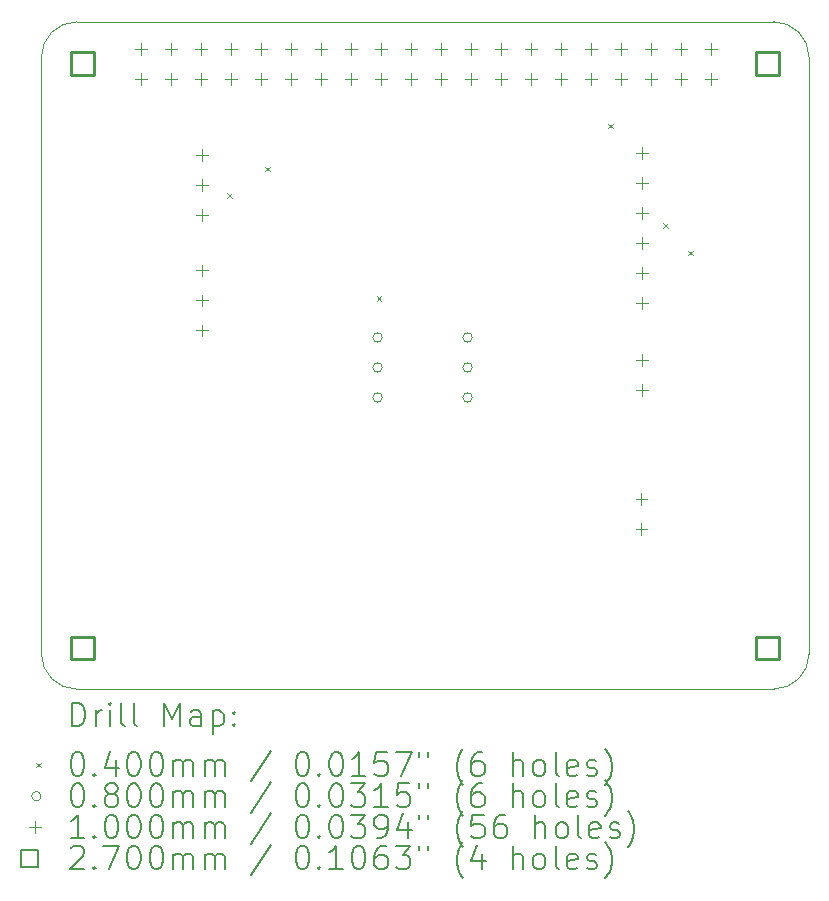
<source format=gbr>
%TF.GenerationSoftware,KiCad,Pcbnew,8.0.1*%
%TF.CreationDate,2024-09-06T22:55:49+02:00*%
%TF.ProjectId,SVXLink_PiHat,5356584c-696e-46b5-9f50-694861742e6b,rev?*%
%TF.SameCoordinates,Original*%
%TF.FileFunction,Drillmap*%
%TF.FilePolarity,Positive*%
%FSLAX45Y45*%
G04 Gerber Fmt 4.5, Leading zero omitted, Abs format (unit mm)*
G04 Created by KiCad (PCBNEW 8.0.1) date 2024-09-06 22:55:49*
%MOMM*%
%LPD*%
G01*
G04 APERTURE LIST*
%ADD10C,0.050000*%
%ADD11C,0.200000*%
%ADD12C,0.100000*%
%ADD13C,0.270000*%
G04 APERTURE END LIST*
D10*
X8100000Y-11200000D02*
X13900000Y-11200000D01*
X8100000Y-5550000D02*
X13900000Y-5550000D01*
X13900000Y-5550000D02*
G75*
G02*
X14200000Y-5850000I0J-300000D01*
G01*
X7700000Y-5850000D02*
G75*
G02*
X8000000Y-5550000I300000J0D01*
G01*
X7700000Y-7450000D02*
X7700000Y-5850000D01*
X7700000Y-10900000D02*
X7700000Y-7450000D01*
X14200000Y-10900000D02*
X14200000Y-5850000D01*
X8000000Y-11200000D02*
X8100000Y-11200000D01*
X8000000Y-5550000D02*
X8100000Y-5550000D01*
X8000000Y-11200000D02*
G75*
G02*
X7700000Y-10900000I0J300000D01*
G01*
X14200000Y-10900000D02*
G75*
G02*
X13900000Y-11200000I-300000J0D01*
G01*
D11*
D12*
X9271320Y-7003100D02*
X9311320Y-7043100D01*
X9311320Y-7003100D02*
X9271320Y-7043100D01*
X9596440Y-6777040D02*
X9636440Y-6817040D01*
X9636440Y-6777040D02*
X9596440Y-6817040D01*
X10538780Y-7871780D02*
X10578780Y-7911780D01*
X10578780Y-7871780D02*
X10538780Y-7911780D01*
X12497120Y-6411280D02*
X12537120Y-6451280D01*
X12537120Y-6411280D02*
X12497120Y-6451280D01*
X12961940Y-7257100D02*
X13001940Y-7297100D01*
X13001940Y-7257100D02*
X12961940Y-7297100D01*
X13177840Y-7488240D02*
X13217840Y-7528240D01*
X13217840Y-7488240D02*
X13177840Y-7528240D01*
X10586080Y-8221980D02*
G75*
G02*
X10506080Y-8221980I-40000J0D01*
G01*
X10506080Y-8221980D02*
G75*
G02*
X10586080Y-8221980I40000J0D01*
G01*
X10586080Y-8475980D02*
G75*
G02*
X10506080Y-8475980I-40000J0D01*
G01*
X10506080Y-8475980D02*
G75*
G02*
X10586080Y-8475980I40000J0D01*
G01*
X10586080Y-8729980D02*
G75*
G02*
X10506080Y-8729980I-40000J0D01*
G01*
X10506080Y-8729980D02*
G75*
G02*
X10586080Y-8729980I40000J0D01*
G01*
X11348080Y-8221980D02*
G75*
G02*
X11268080Y-8221980I-40000J0D01*
G01*
X11268080Y-8221980D02*
G75*
G02*
X11348080Y-8221980I40000J0D01*
G01*
X11348080Y-8475980D02*
G75*
G02*
X11268080Y-8475980I-40000J0D01*
G01*
X11268080Y-8475980D02*
G75*
G02*
X11348080Y-8475980I40000J0D01*
G01*
X11348080Y-8729980D02*
G75*
G02*
X11268080Y-8729980I-40000J0D01*
G01*
X11268080Y-8729980D02*
G75*
G02*
X11348080Y-8729980I40000J0D01*
G01*
X8540000Y-5730000D02*
X8540000Y-5830000D01*
X8490000Y-5780000D02*
X8590000Y-5780000D01*
X8540000Y-5984000D02*
X8540000Y-6084000D01*
X8490000Y-6034000D02*
X8590000Y-6034000D01*
X8794000Y-5730000D02*
X8794000Y-5830000D01*
X8744000Y-5780000D02*
X8844000Y-5780000D01*
X8794000Y-5984000D02*
X8794000Y-6084000D01*
X8744000Y-6034000D02*
X8844000Y-6034000D01*
X9048000Y-5730000D02*
X9048000Y-5830000D01*
X8998000Y-5780000D02*
X9098000Y-5780000D01*
X9048000Y-5984000D02*
X9048000Y-6084000D01*
X8998000Y-6034000D02*
X9098000Y-6034000D01*
X9058260Y-7605560D02*
X9058260Y-7705560D01*
X9008260Y-7655560D02*
X9108260Y-7655560D01*
X9058260Y-7859560D02*
X9058260Y-7959560D01*
X9008260Y-7909560D02*
X9108260Y-7909560D01*
X9058260Y-8113560D02*
X9058260Y-8213560D01*
X9008260Y-8163560D02*
X9108260Y-8163560D01*
X9060800Y-6626160D02*
X9060800Y-6726160D01*
X9010800Y-6676160D02*
X9110800Y-6676160D01*
X9060800Y-6880160D02*
X9060800Y-6980160D01*
X9010800Y-6930160D02*
X9110800Y-6930160D01*
X9060800Y-7134160D02*
X9060800Y-7234160D01*
X9010800Y-7184160D02*
X9110800Y-7184160D01*
X9302000Y-5730000D02*
X9302000Y-5830000D01*
X9252000Y-5780000D02*
X9352000Y-5780000D01*
X9302000Y-5984000D02*
X9302000Y-6084000D01*
X9252000Y-6034000D02*
X9352000Y-6034000D01*
X9556000Y-5730000D02*
X9556000Y-5830000D01*
X9506000Y-5780000D02*
X9606000Y-5780000D01*
X9556000Y-5984000D02*
X9556000Y-6084000D01*
X9506000Y-6034000D02*
X9606000Y-6034000D01*
X9810000Y-5730000D02*
X9810000Y-5830000D01*
X9760000Y-5780000D02*
X9860000Y-5780000D01*
X9810000Y-5984000D02*
X9810000Y-6084000D01*
X9760000Y-6034000D02*
X9860000Y-6034000D01*
X10064000Y-5730000D02*
X10064000Y-5830000D01*
X10014000Y-5780000D02*
X10114000Y-5780000D01*
X10064000Y-5984000D02*
X10064000Y-6084000D01*
X10014000Y-6034000D02*
X10114000Y-6034000D01*
X10318000Y-5730000D02*
X10318000Y-5830000D01*
X10268000Y-5780000D02*
X10368000Y-5780000D01*
X10318000Y-5984000D02*
X10318000Y-6084000D01*
X10268000Y-6034000D02*
X10368000Y-6034000D01*
X10572000Y-5730000D02*
X10572000Y-5830000D01*
X10522000Y-5780000D02*
X10622000Y-5780000D01*
X10572000Y-5984000D02*
X10572000Y-6084000D01*
X10522000Y-6034000D02*
X10622000Y-6034000D01*
X10826000Y-5730000D02*
X10826000Y-5830000D01*
X10776000Y-5780000D02*
X10876000Y-5780000D01*
X10826000Y-5984000D02*
X10826000Y-6084000D01*
X10776000Y-6034000D02*
X10876000Y-6034000D01*
X11080000Y-5730000D02*
X11080000Y-5830000D01*
X11030000Y-5780000D02*
X11130000Y-5780000D01*
X11080000Y-5984000D02*
X11080000Y-6084000D01*
X11030000Y-6034000D02*
X11130000Y-6034000D01*
X11334000Y-5730000D02*
X11334000Y-5830000D01*
X11284000Y-5780000D02*
X11384000Y-5780000D01*
X11334000Y-5984000D02*
X11334000Y-6084000D01*
X11284000Y-6034000D02*
X11384000Y-6034000D01*
X11588000Y-5730000D02*
X11588000Y-5830000D01*
X11538000Y-5780000D02*
X11638000Y-5780000D01*
X11588000Y-5984000D02*
X11588000Y-6084000D01*
X11538000Y-6034000D02*
X11638000Y-6034000D01*
X11842000Y-5730000D02*
X11842000Y-5830000D01*
X11792000Y-5780000D02*
X11892000Y-5780000D01*
X11842000Y-5984000D02*
X11842000Y-6084000D01*
X11792000Y-6034000D02*
X11892000Y-6034000D01*
X12096000Y-5730000D02*
X12096000Y-5830000D01*
X12046000Y-5780000D02*
X12146000Y-5780000D01*
X12096000Y-5984000D02*
X12096000Y-6084000D01*
X12046000Y-6034000D02*
X12146000Y-6034000D01*
X12350000Y-5730000D02*
X12350000Y-5830000D01*
X12300000Y-5780000D02*
X12400000Y-5780000D01*
X12350000Y-5984000D02*
X12350000Y-6084000D01*
X12300000Y-6034000D02*
X12400000Y-6034000D01*
X12604000Y-5730000D02*
X12604000Y-5830000D01*
X12554000Y-5780000D02*
X12654000Y-5780000D01*
X12604000Y-5984000D02*
X12604000Y-6084000D01*
X12554000Y-6034000D02*
X12654000Y-6034000D01*
X12780660Y-9540540D02*
X12780660Y-9640540D01*
X12730660Y-9590540D02*
X12830660Y-9590540D01*
X12780660Y-9794540D02*
X12780660Y-9894540D01*
X12730660Y-9844540D02*
X12830660Y-9844540D01*
X12786360Y-6611150D02*
X12786360Y-6711150D01*
X12736360Y-6661150D02*
X12836360Y-6661150D01*
X12786360Y-6865150D02*
X12786360Y-6965150D01*
X12736360Y-6915150D02*
X12836360Y-6915150D01*
X12786360Y-7119150D02*
X12786360Y-7219150D01*
X12736360Y-7169150D02*
X12836360Y-7169150D01*
X12786360Y-7373150D02*
X12786360Y-7473150D01*
X12736360Y-7423150D02*
X12836360Y-7423150D01*
X12786360Y-7627150D02*
X12786360Y-7727150D01*
X12736360Y-7677150D02*
X12836360Y-7677150D01*
X12786360Y-7881150D02*
X12786360Y-7981150D01*
X12736360Y-7931150D02*
X12836360Y-7931150D01*
X12788280Y-8363250D02*
X12788280Y-8463250D01*
X12738280Y-8413250D02*
X12838280Y-8413250D01*
X12788280Y-8617250D02*
X12788280Y-8717250D01*
X12738280Y-8667250D02*
X12838280Y-8667250D01*
X12858000Y-5730000D02*
X12858000Y-5830000D01*
X12808000Y-5780000D02*
X12908000Y-5780000D01*
X12858000Y-5984000D02*
X12858000Y-6084000D01*
X12808000Y-6034000D02*
X12908000Y-6034000D01*
X13112000Y-5730000D02*
X13112000Y-5830000D01*
X13062000Y-5780000D02*
X13162000Y-5780000D01*
X13112000Y-5984000D02*
X13112000Y-6084000D01*
X13062000Y-6034000D02*
X13162000Y-6034000D01*
X13366000Y-5730000D02*
X13366000Y-5830000D01*
X13316000Y-5780000D02*
X13416000Y-5780000D01*
X13366000Y-5984000D02*
X13366000Y-6084000D01*
X13316000Y-6034000D02*
X13416000Y-6034000D01*
D13*
X8145230Y-5996390D02*
X8145230Y-5805470D01*
X7954310Y-5805470D01*
X7954310Y-5996390D01*
X8145230Y-5996390D01*
X8145230Y-10946390D02*
X8145230Y-10755470D01*
X7954310Y-10755470D01*
X7954310Y-10946390D01*
X8145230Y-10946390D01*
X13945230Y-5996390D02*
X13945230Y-5805470D01*
X13754310Y-5805470D01*
X13754310Y-5996390D01*
X13945230Y-5996390D01*
X13945230Y-10946390D02*
X13945230Y-10755470D01*
X13754310Y-10755470D01*
X13754310Y-10946390D01*
X13945230Y-10946390D01*
D11*
X7958277Y-11513984D02*
X7958277Y-11313984D01*
X7958277Y-11313984D02*
X8005896Y-11313984D01*
X8005896Y-11313984D02*
X8034467Y-11323508D01*
X8034467Y-11323508D02*
X8053515Y-11342555D01*
X8053515Y-11342555D02*
X8063039Y-11361603D01*
X8063039Y-11361603D02*
X8072562Y-11399698D01*
X8072562Y-11399698D02*
X8072562Y-11428269D01*
X8072562Y-11428269D02*
X8063039Y-11466365D01*
X8063039Y-11466365D02*
X8053515Y-11485412D01*
X8053515Y-11485412D02*
X8034467Y-11504460D01*
X8034467Y-11504460D02*
X8005896Y-11513984D01*
X8005896Y-11513984D02*
X7958277Y-11513984D01*
X8158277Y-11513984D02*
X8158277Y-11380650D01*
X8158277Y-11418746D02*
X8167801Y-11399698D01*
X8167801Y-11399698D02*
X8177324Y-11390174D01*
X8177324Y-11390174D02*
X8196372Y-11380650D01*
X8196372Y-11380650D02*
X8215420Y-11380650D01*
X8282086Y-11513984D02*
X8282086Y-11380650D01*
X8282086Y-11313984D02*
X8272562Y-11323508D01*
X8272562Y-11323508D02*
X8282086Y-11333031D01*
X8282086Y-11333031D02*
X8291610Y-11323508D01*
X8291610Y-11323508D02*
X8282086Y-11313984D01*
X8282086Y-11313984D02*
X8282086Y-11333031D01*
X8405896Y-11513984D02*
X8386848Y-11504460D01*
X8386848Y-11504460D02*
X8377324Y-11485412D01*
X8377324Y-11485412D02*
X8377324Y-11313984D01*
X8510658Y-11513984D02*
X8491610Y-11504460D01*
X8491610Y-11504460D02*
X8482086Y-11485412D01*
X8482086Y-11485412D02*
X8482086Y-11313984D01*
X8739229Y-11513984D02*
X8739229Y-11313984D01*
X8739229Y-11313984D02*
X8805896Y-11456841D01*
X8805896Y-11456841D02*
X8872563Y-11313984D01*
X8872563Y-11313984D02*
X8872563Y-11513984D01*
X9053515Y-11513984D02*
X9053515Y-11409222D01*
X9053515Y-11409222D02*
X9043991Y-11390174D01*
X9043991Y-11390174D02*
X9024944Y-11380650D01*
X9024944Y-11380650D02*
X8986848Y-11380650D01*
X8986848Y-11380650D02*
X8967801Y-11390174D01*
X9053515Y-11504460D02*
X9034467Y-11513984D01*
X9034467Y-11513984D02*
X8986848Y-11513984D01*
X8986848Y-11513984D02*
X8967801Y-11504460D01*
X8967801Y-11504460D02*
X8958277Y-11485412D01*
X8958277Y-11485412D02*
X8958277Y-11466365D01*
X8958277Y-11466365D02*
X8967801Y-11447317D01*
X8967801Y-11447317D02*
X8986848Y-11437793D01*
X8986848Y-11437793D02*
X9034467Y-11437793D01*
X9034467Y-11437793D02*
X9053515Y-11428269D01*
X9148753Y-11380650D02*
X9148753Y-11580650D01*
X9148753Y-11390174D02*
X9167801Y-11380650D01*
X9167801Y-11380650D02*
X9205896Y-11380650D01*
X9205896Y-11380650D02*
X9224944Y-11390174D01*
X9224944Y-11390174D02*
X9234467Y-11399698D01*
X9234467Y-11399698D02*
X9243991Y-11418746D01*
X9243991Y-11418746D02*
X9243991Y-11475888D01*
X9243991Y-11475888D02*
X9234467Y-11494936D01*
X9234467Y-11494936D02*
X9224944Y-11504460D01*
X9224944Y-11504460D02*
X9205896Y-11513984D01*
X9205896Y-11513984D02*
X9167801Y-11513984D01*
X9167801Y-11513984D02*
X9148753Y-11504460D01*
X9329705Y-11494936D02*
X9339229Y-11504460D01*
X9339229Y-11504460D02*
X9329705Y-11513984D01*
X9329705Y-11513984D02*
X9320182Y-11504460D01*
X9320182Y-11504460D02*
X9329705Y-11494936D01*
X9329705Y-11494936D02*
X9329705Y-11513984D01*
X9329705Y-11390174D02*
X9339229Y-11399698D01*
X9339229Y-11399698D02*
X9329705Y-11409222D01*
X9329705Y-11409222D02*
X9320182Y-11399698D01*
X9320182Y-11399698D02*
X9329705Y-11390174D01*
X9329705Y-11390174D02*
X9329705Y-11409222D01*
D12*
X7657500Y-11822500D02*
X7697500Y-11862500D01*
X7697500Y-11822500D02*
X7657500Y-11862500D01*
D11*
X7996372Y-11733984D02*
X8015420Y-11733984D01*
X8015420Y-11733984D02*
X8034467Y-11743508D01*
X8034467Y-11743508D02*
X8043991Y-11753031D01*
X8043991Y-11753031D02*
X8053515Y-11772079D01*
X8053515Y-11772079D02*
X8063039Y-11810174D01*
X8063039Y-11810174D02*
X8063039Y-11857793D01*
X8063039Y-11857793D02*
X8053515Y-11895888D01*
X8053515Y-11895888D02*
X8043991Y-11914936D01*
X8043991Y-11914936D02*
X8034467Y-11924460D01*
X8034467Y-11924460D02*
X8015420Y-11933984D01*
X8015420Y-11933984D02*
X7996372Y-11933984D01*
X7996372Y-11933984D02*
X7977324Y-11924460D01*
X7977324Y-11924460D02*
X7967801Y-11914936D01*
X7967801Y-11914936D02*
X7958277Y-11895888D01*
X7958277Y-11895888D02*
X7948753Y-11857793D01*
X7948753Y-11857793D02*
X7948753Y-11810174D01*
X7948753Y-11810174D02*
X7958277Y-11772079D01*
X7958277Y-11772079D02*
X7967801Y-11753031D01*
X7967801Y-11753031D02*
X7977324Y-11743508D01*
X7977324Y-11743508D02*
X7996372Y-11733984D01*
X8148753Y-11914936D02*
X8158277Y-11924460D01*
X8158277Y-11924460D02*
X8148753Y-11933984D01*
X8148753Y-11933984D02*
X8139229Y-11924460D01*
X8139229Y-11924460D02*
X8148753Y-11914936D01*
X8148753Y-11914936D02*
X8148753Y-11933984D01*
X8329705Y-11800650D02*
X8329705Y-11933984D01*
X8282086Y-11724460D02*
X8234467Y-11867317D01*
X8234467Y-11867317D02*
X8358277Y-11867317D01*
X8472563Y-11733984D02*
X8491610Y-11733984D01*
X8491610Y-11733984D02*
X8510658Y-11743508D01*
X8510658Y-11743508D02*
X8520182Y-11753031D01*
X8520182Y-11753031D02*
X8529705Y-11772079D01*
X8529705Y-11772079D02*
X8539229Y-11810174D01*
X8539229Y-11810174D02*
X8539229Y-11857793D01*
X8539229Y-11857793D02*
X8529705Y-11895888D01*
X8529705Y-11895888D02*
X8520182Y-11914936D01*
X8520182Y-11914936D02*
X8510658Y-11924460D01*
X8510658Y-11924460D02*
X8491610Y-11933984D01*
X8491610Y-11933984D02*
X8472563Y-11933984D01*
X8472563Y-11933984D02*
X8453515Y-11924460D01*
X8453515Y-11924460D02*
X8443991Y-11914936D01*
X8443991Y-11914936D02*
X8434467Y-11895888D01*
X8434467Y-11895888D02*
X8424944Y-11857793D01*
X8424944Y-11857793D02*
X8424944Y-11810174D01*
X8424944Y-11810174D02*
X8434467Y-11772079D01*
X8434467Y-11772079D02*
X8443991Y-11753031D01*
X8443991Y-11753031D02*
X8453515Y-11743508D01*
X8453515Y-11743508D02*
X8472563Y-11733984D01*
X8663039Y-11733984D02*
X8682086Y-11733984D01*
X8682086Y-11733984D02*
X8701134Y-11743508D01*
X8701134Y-11743508D02*
X8710658Y-11753031D01*
X8710658Y-11753031D02*
X8720182Y-11772079D01*
X8720182Y-11772079D02*
X8729705Y-11810174D01*
X8729705Y-11810174D02*
X8729705Y-11857793D01*
X8729705Y-11857793D02*
X8720182Y-11895888D01*
X8720182Y-11895888D02*
X8710658Y-11914936D01*
X8710658Y-11914936D02*
X8701134Y-11924460D01*
X8701134Y-11924460D02*
X8682086Y-11933984D01*
X8682086Y-11933984D02*
X8663039Y-11933984D01*
X8663039Y-11933984D02*
X8643991Y-11924460D01*
X8643991Y-11924460D02*
X8634467Y-11914936D01*
X8634467Y-11914936D02*
X8624944Y-11895888D01*
X8624944Y-11895888D02*
X8615420Y-11857793D01*
X8615420Y-11857793D02*
X8615420Y-11810174D01*
X8615420Y-11810174D02*
X8624944Y-11772079D01*
X8624944Y-11772079D02*
X8634467Y-11753031D01*
X8634467Y-11753031D02*
X8643991Y-11743508D01*
X8643991Y-11743508D02*
X8663039Y-11733984D01*
X8815420Y-11933984D02*
X8815420Y-11800650D01*
X8815420Y-11819698D02*
X8824944Y-11810174D01*
X8824944Y-11810174D02*
X8843991Y-11800650D01*
X8843991Y-11800650D02*
X8872563Y-11800650D01*
X8872563Y-11800650D02*
X8891610Y-11810174D01*
X8891610Y-11810174D02*
X8901134Y-11829222D01*
X8901134Y-11829222D02*
X8901134Y-11933984D01*
X8901134Y-11829222D02*
X8910658Y-11810174D01*
X8910658Y-11810174D02*
X8929705Y-11800650D01*
X8929705Y-11800650D02*
X8958277Y-11800650D01*
X8958277Y-11800650D02*
X8977325Y-11810174D01*
X8977325Y-11810174D02*
X8986848Y-11829222D01*
X8986848Y-11829222D02*
X8986848Y-11933984D01*
X9082086Y-11933984D02*
X9082086Y-11800650D01*
X9082086Y-11819698D02*
X9091610Y-11810174D01*
X9091610Y-11810174D02*
X9110658Y-11800650D01*
X9110658Y-11800650D02*
X9139229Y-11800650D01*
X9139229Y-11800650D02*
X9158277Y-11810174D01*
X9158277Y-11810174D02*
X9167801Y-11829222D01*
X9167801Y-11829222D02*
X9167801Y-11933984D01*
X9167801Y-11829222D02*
X9177325Y-11810174D01*
X9177325Y-11810174D02*
X9196372Y-11800650D01*
X9196372Y-11800650D02*
X9224944Y-11800650D01*
X9224944Y-11800650D02*
X9243991Y-11810174D01*
X9243991Y-11810174D02*
X9253515Y-11829222D01*
X9253515Y-11829222D02*
X9253515Y-11933984D01*
X9643991Y-11724460D02*
X9472563Y-11981603D01*
X9901134Y-11733984D02*
X9920182Y-11733984D01*
X9920182Y-11733984D02*
X9939229Y-11743508D01*
X9939229Y-11743508D02*
X9948753Y-11753031D01*
X9948753Y-11753031D02*
X9958277Y-11772079D01*
X9958277Y-11772079D02*
X9967801Y-11810174D01*
X9967801Y-11810174D02*
X9967801Y-11857793D01*
X9967801Y-11857793D02*
X9958277Y-11895888D01*
X9958277Y-11895888D02*
X9948753Y-11914936D01*
X9948753Y-11914936D02*
X9939229Y-11924460D01*
X9939229Y-11924460D02*
X9920182Y-11933984D01*
X9920182Y-11933984D02*
X9901134Y-11933984D01*
X9901134Y-11933984D02*
X9882087Y-11924460D01*
X9882087Y-11924460D02*
X9872563Y-11914936D01*
X9872563Y-11914936D02*
X9863039Y-11895888D01*
X9863039Y-11895888D02*
X9853515Y-11857793D01*
X9853515Y-11857793D02*
X9853515Y-11810174D01*
X9853515Y-11810174D02*
X9863039Y-11772079D01*
X9863039Y-11772079D02*
X9872563Y-11753031D01*
X9872563Y-11753031D02*
X9882087Y-11743508D01*
X9882087Y-11743508D02*
X9901134Y-11733984D01*
X10053515Y-11914936D02*
X10063039Y-11924460D01*
X10063039Y-11924460D02*
X10053515Y-11933984D01*
X10053515Y-11933984D02*
X10043991Y-11924460D01*
X10043991Y-11924460D02*
X10053515Y-11914936D01*
X10053515Y-11914936D02*
X10053515Y-11933984D01*
X10186848Y-11733984D02*
X10205896Y-11733984D01*
X10205896Y-11733984D02*
X10224944Y-11743508D01*
X10224944Y-11743508D02*
X10234468Y-11753031D01*
X10234468Y-11753031D02*
X10243991Y-11772079D01*
X10243991Y-11772079D02*
X10253515Y-11810174D01*
X10253515Y-11810174D02*
X10253515Y-11857793D01*
X10253515Y-11857793D02*
X10243991Y-11895888D01*
X10243991Y-11895888D02*
X10234468Y-11914936D01*
X10234468Y-11914936D02*
X10224944Y-11924460D01*
X10224944Y-11924460D02*
X10205896Y-11933984D01*
X10205896Y-11933984D02*
X10186848Y-11933984D01*
X10186848Y-11933984D02*
X10167801Y-11924460D01*
X10167801Y-11924460D02*
X10158277Y-11914936D01*
X10158277Y-11914936D02*
X10148753Y-11895888D01*
X10148753Y-11895888D02*
X10139229Y-11857793D01*
X10139229Y-11857793D02*
X10139229Y-11810174D01*
X10139229Y-11810174D02*
X10148753Y-11772079D01*
X10148753Y-11772079D02*
X10158277Y-11753031D01*
X10158277Y-11753031D02*
X10167801Y-11743508D01*
X10167801Y-11743508D02*
X10186848Y-11733984D01*
X10443991Y-11933984D02*
X10329706Y-11933984D01*
X10386848Y-11933984D02*
X10386848Y-11733984D01*
X10386848Y-11733984D02*
X10367801Y-11762555D01*
X10367801Y-11762555D02*
X10348753Y-11781603D01*
X10348753Y-11781603D02*
X10329706Y-11791127D01*
X10624944Y-11733984D02*
X10529706Y-11733984D01*
X10529706Y-11733984D02*
X10520182Y-11829222D01*
X10520182Y-11829222D02*
X10529706Y-11819698D01*
X10529706Y-11819698D02*
X10548753Y-11810174D01*
X10548753Y-11810174D02*
X10596372Y-11810174D01*
X10596372Y-11810174D02*
X10615420Y-11819698D01*
X10615420Y-11819698D02*
X10624944Y-11829222D01*
X10624944Y-11829222D02*
X10634468Y-11848269D01*
X10634468Y-11848269D02*
X10634468Y-11895888D01*
X10634468Y-11895888D02*
X10624944Y-11914936D01*
X10624944Y-11914936D02*
X10615420Y-11924460D01*
X10615420Y-11924460D02*
X10596372Y-11933984D01*
X10596372Y-11933984D02*
X10548753Y-11933984D01*
X10548753Y-11933984D02*
X10529706Y-11924460D01*
X10529706Y-11924460D02*
X10520182Y-11914936D01*
X10701134Y-11733984D02*
X10834468Y-11733984D01*
X10834468Y-11733984D02*
X10748753Y-11933984D01*
X10901134Y-11733984D02*
X10901134Y-11772079D01*
X10977325Y-11733984D02*
X10977325Y-11772079D01*
X11272563Y-12010174D02*
X11263039Y-12000650D01*
X11263039Y-12000650D02*
X11243991Y-11972079D01*
X11243991Y-11972079D02*
X11234468Y-11953031D01*
X11234468Y-11953031D02*
X11224944Y-11924460D01*
X11224944Y-11924460D02*
X11215420Y-11876841D01*
X11215420Y-11876841D02*
X11215420Y-11838746D01*
X11215420Y-11838746D02*
X11224944Y-11791127D01*
X11224944Y-11791127D02*
X11234468Y-11762555D01*
X11234468Y-11762555D02*
X11243991Y-11743508D01*
X11243991Y-11743508D02*
X11263039Y-11714936D01*
X11263039Y-11714936D02*
X11272563Y-11705412D01*
X11434468Y-11733984D02*
X11396372Y-11733984D01*
X11396372Y-11733984D02*
X11377325Y-11743508D01*
X11377325Y-11743508D02*
X11367801Y-11753031D01*
X11367801Y-11753031D02*
X11348753Y-11781603D01*
X11348753Y-11781603D02*
X11339229Y-11819698D01*
X11339229Y-11819698D02*
X11339229Y-11895888D01*
X11339229Y-11895888D02*
X11348753Y-11914936D01*
X11348753Y-11914936D02*
X11358277Y-11924460D01*
X11358277Y-11924460D02*
X11377325Y-11933984D01*
X11377325Y-11933984D02*
X11415420Y-11933984D01*
X11415420Y-11933984D02*
X11434468Y-11924460D01*
X11434468Y-11924460D02*
X11443991Y-11914936D01*
X11443991Y-11914936D02*
X11453515Y-11895888D01*
X11453515Y-11895888D02*
X11453515Y-11848269D01*
X11453515Y-11848269D02*
X11443991Y-11829222D01*
X11443991Y-11829222D02*
X11434468Y-11819698D01*
X11434468Y-11819698D02*
X11415420Y-11810174D01*
X11415420Y-11810174D02*
X11377325Y-11810174D01*
X11377325Y-11810174D02*
X11358277Y-11819698D01*
X11358277Y-11819698D02*
X11348753Y-11829222D01*
X11348753Y-11829222D02*
X11339229Y-11848269D01*
X11691610Y-11933984D02*
X11691610Y-11733984D01*
X11777325Y-11933984D02*
X11777325Y-11829222D01*
X11777325Y-11829222D02*
X11767801Y-11810174D01*
X11767801Y-11810174D02*
X11748753Y-11800650D01*
X11748753Y-11800650D02*
X11720182Y-11800650D01*
X11720182Y-11800650D02*
X11701134Y-11810174D01*
X11701134Y-11810174D02*
X11691610Y-11819698D01*
X11901134Y-11933984D02*
X11882087Y-11924460D01*
X11882087Y-11924460D02*
X11872563Y-11914936D01*
X11872563Y-11914936D02*
X11863039Y-11895888D01*
X11863039Y-11895888D02*
X11863039Y-11838746D01*
X11863039Y-11838746D02*
X11872563Y-11819698D01*
X11872563Y-11819698D02*
X11882087Y-11810174D01*
X11882087Y-11810174D02*
X11901134Y-11800650D01*
X11901134Y-11800650D02*
X11929706Y-11800650D01*
X11929706Y-11800650D02*
X11948753Y-11810174D01*
X11948753Y-11810174D02*
X11958277Y-11819698D01*
X11958277Y-11819698D02*
X11967801Y-11838746D01*
X11967801Y-11838746D02*
X11967801Y-11895888D01*
X11967801Y-11895888D02*
X11958277Y-11914936D01*
X11958277Y-11914936D02*
X11948753Y-11924460D01*
X11948753Y-11924460D02*
X11929706Y-11933984D01*
X11929706Y-11933984D02*
X11901134Y-11933984D01*
X12082087Y-11933984D02*
X12063039Y-11924460D01*
X12063039Y-11924460D02*
X12053515Y-11905412D01*
X12053515Y-11905412D02*
X12053515Y-11733984D01*
X12234468Y-11924460D02*
X12215420Y-11933984D01*
X12215420Y-11933984D02*
X12177325Y-11933984D01*
X12177325Y-11933984D02*
X12158277Y-11924460D01*
X12158277Y-11924460D02*
X12148753Y-11905412D01*
X12148753Y-11905412D02*
X12148753Y-11829222D01*
X12148753Y-11829222D02*
X12158277Y-11810174D01*
X12158277Y-11810174D02*
X12177325Y-11800650D01*
X12177325Y-11800650D02*
X12215420Y-11800650D01*
X12215420Y-11800650D02*
X12234468Y-11810174D01*
X12234468Y-11810174D02*
X12243991Y-11829222D01*
X12243991Y-11829222D02*
X12243991Y-11848269D01*
X12243991Y-11848269D02*
X12148753Y-11867317D01*
X12320182Y-11924460D02*
X12339230Y-11933984D01*
X12339230Y-11933984D02*
X12377325Y-11933984D01*
X12377325Y-11933984D02*
X12396372Y-11924460D01*
X12396372Y-11924460D02*
X12405896Y-11905412D01*
X12405896Y-11905412D02*
X12405896Y-11895888D01*
X12405896Y-11895888D02*
X12396372Y-11876841D01*
X12396372Y-11876841D02*
X12377325Y-11867317D01*
X12377325Y-11867317D02*
X12348753Y-11867317D01*
X12348753Y-11867317D02*
X12329706Y-11857793D01*
X12329706Y-11857793D02*
X12320182Y-11838746D01*
X12320182Y-11838746D02*
X12320182Y-11829222D01*
X12320182Y-11829222D02*
X12329706Y-11810174D01*
X12329706Y-11810174D02*
X12348753Y-11800650D01*
X12348753Y-11800650D02*
X12377325Y-11800650D01*
X12377325Y-11800650D02*
X12396372Y-11810174D01*
X12472563Y-12010174D02*
X12482087Y-12000650D01*
X12482087Y-12000650D02*
X12501134Y-11972079D01*
X12501134Y-11972079D02*
X12510658Y-11953031D01*
X12510658Y-11953031D02*
X12520182Y-11924460D01*
X12520182Y-11924460D02*
X12529706Y-11876841D01*
X12529706Y-11876841D02*
X12529706Y-11838746D01*
X12529706Y-11838746D02*
X12520182Y-11791127D01*
X12520182Y-11791127D02*
X12510658Y-11762555D01*
X12510658Y-11762555D02*
X12501134Y-11743508D01*
X12501134Y-11743508D02*
X12482087Y-11714936D01*
X12482087Y-11714936D02*
X12472563Y-11705412D01*
D12*
X7697500Y-12106500D02*
G75*
G02*
X7617500Y-12106500I-40000J0D01*
G01*
X7617500Y-12106500D02*
G75*
G02*
X7697500Y-12106500I40000J0D01*
G01*
D11*
X7996372Y-11997984D02*
X8015420Y-11997984D01*
X8015420Y-11997984D02*
X8034467Y-12007508D01*
X8034467Y-12007508D02*
X8043991Y-12017031D01*
X8043991Y-12017031D02*
X8053515Y-12036079D01*
X8053515Y-12036079D02*
X8063039Y-12074174D01*
X8063039Y-12074174D02*
X8063039Y-12121793D01*
X8063039Y-12121793D02*
X8053515Y-12159888D01*
X8053515Y-12159888D02*
X8043991Y-12178936D01*
X8043991Y-12178936D02*
X8034467Y-12188460D01*
X8034467Y-12188460D02*
X8015420Y-12197984D01*
X8015420Y-12197984D02*
X7996372Y-12197984D01*
X7996372Y-12197984D02*
X7977324Y-12188460D01*
X7977324Y-12188460D02*
X7967801Y-12178936D01*
X7967801Y-12178936D02*
X7958277Y-12159888D01*
X7958277Y-12159888D02*
X7948753Y-12121793D01*
X7948753Y-12121793D02*
X7948753Y-12074174D01*
X7948753Y-12074174D02*
X7958277Y-12036079D01*
X7958277Y-12036079D02*
X7967801Y-12017031D01*
X7967801Y-12017031D02*
X7977324Y-12007508D01*
X7977324Y-12007508D02*
X7996372Y-11997984D01*
X8148753Y-12178936D02*
X8158277Y-12188460D01*
X8158277Y-12188460D02*
X8148753Y-12197984D01*
X8148753Y-12197984D02*
X8139229Y-12188460D01*
X8139229Y-12188460D02*
X8148753Y-12178936D01*
X8148753Y-12178936D02*
X8148753Y-12197984D01*
X8272562Y-12083698D02*
X8253515Y-12074174D01*
X8253515Y-12074174D02*
X8243991Y-12064650D01*
X8243991Y-12064650D02*
X8234467Y-12045603D01*
X8234467Y-12045603D02*
X8234467Y-12036079D01*
X8234467Y-12036079D02*
X8243991Y-12017031D01*
X8243991Y-12017031D02*
X8253515Y-12007508D01*
X8253515Y-12007508D02*
X8272562Y-11997984D01*
X8272562Y-11997984D02*
X8310658Y-11997984D01*
X8310658Y-11997984D02*
X8329705Y-12007508D01*
X8329705Y-12007508D02*
X8339229Y-12017031D01*
X8339229Y-12017031D02*
X8348753Y-12036079D01*
X8348753Y-12036079D02*
X8348753Y-12045603D01*
X8348753Y-12045603D02*
X8339229Y-12064650D01*
X8339229Y-12064650D02*
X8329705Y-12074174D01*
X8329705Y-12074174D02*
X8310658Y-12083698D01*
X8310658Y-12083698D02*
X8272562Y-12083698D01*
X8272562Y-12083698D02*
X8253515Y-12093222D01*
X8253515Y-12093222D02*
X8243991Y-12102746D01*
X8243991Y-12102746D02*
X8234467Y-12121793D01*
X8234467Y-12121793D02*
X8234467Y-12159888D01*
X8234467Y-12159888D02*
X8243991Y-12178936D01*
X8243991Y-12178936D02*
X8253515Y-12188460D01*
X8253515Y-12188460D02*
X8272562Y-12197984D01*
X8272562Y-12197984D02*
X8310658Y-12197984D01*
X8310658Y-12197984D02*
X8329705Y-12188460D01*
X8329705Y-12188460D02*
X8339229Y-12178936D01*
X8339229Y-12178936D02*
X8348753Y-12159888D01*
X8348753Y-12159888D02*
X8348753Y-12121793D01*
X8348753Y-12121793D02*
X8339229Y-12102746D01*
X8339229Y-12102746D02*
X8329705Y-12093222D01*
X8329705Y-12093222D02*
X8310658Y-12083698D01*
X8472563Y-11997984D02*
X8491610Y-11997984D01*
X8491610Y-11997984D02*
X8510658Y-12007508D01*
X8510658Y-12007508D02*
X8520182Y-12017031D01*
X8520182Y-12017031D02*
X8529705Y-12036079D01*
X8529705Y-12036079D02*
X8539229Y-12074174D01*
X8539229Y-12074174D02*
X8539229Y-12121793D01*
X8539229Y-12121793D02*
X8529705Y-12159888D01*
X8529705Y-12159888D02*
X8520182Y-12178936D01*
X8520182Y-12178936D02*
X8510658Y-12188460D01*
X8510658Y-12188460D02*
X8491610Y-12197984D01*
X8491610Y-12197984D02*
X8472563Y-12197984D01*
X8472563Y-12197984D02*
X8453515Y-12188460D01*
X8453515Y-12188460D02*
X8443991Y-12178936D01*
X8443991Y-12178936D02*
X8434467Y-12159888D01*
X8434467Y-12159888D02*
X8424944Y-12121793D01*
X8424944Y-12121793D02*
X8424944Y-12074174D01*
X8424944Y-12074174D02*
X8434467Y-12036079D01*
X8434467Y-12036079D02*
X8443991Y-12017031D01*
X8443991Y-12017031D02*
X8453515Y-12007508D01*
X8453515Y-12007508D02*
X8472563Y-11997984D01*
X8663039Y-11997984D02*
X8682086Y-11997984D01*
X8682086Y-11997984D02*
X8701134Y-12007508D01*
X8701134Y-12007508D02*
X8710658Y-12017031D01*
X8710658Y-12017031D02*
X8720182Y-12036079D01*
X8720182Y-12036079D02*
X8729705Y-12074174D01*
X8729705Y-12074174D02*
X8729705Y-12121793D01*
X8729705Y-12121793D02*
X8720182Y-12159888D01*
X8720182Y-12159888D02*
X8710658Y-12178936D01*
X8710658Y-12178936D02*
X8701134Y-12188460D01*
X8701134Y-12188460D02*
X8682086Y-12197984D01*
X8682086Y-12197984D02*
X8663039Y-12197984D01*
X8663039Y-12197984D02*
X8643991Y-12188460D01*
X8643991Y-12188460D02*
X8634467Y-12178936D01*
X8634467Y-12178936D02*
X8624944Y-12159888D01*
X8624944Y-12159888D02*
X8615420Y-12121793D01*
X8615420Y-12121793D02*
X8615420Y-12074174D01*
X8615420Y-12074174D02*
X8624944Y-12036079D01*
X8624944Y-12036079D02*
X8634467Y-12017031D01*
X8634467Y-12017031D02*
X8643991Y-12007508D01*
X8643991Y-12007508D02*
X8663039Y-11997984D01*
X8815420Y-12197984D02*
X8815420Y-12064650D01*
X8815420Y-12083698D02*
X8824944Y-12074174D01*
X8824944Y-12074174D02*
X8843991Y-12064650D01*
X8843991Y-12064650D02*
X8872563Y-12064650D01*
X8872563Y-12064650D02*
X8891610Y-12074174D01*
X8891610Y-12074174D02*
X8901134Y-12093222D01*
X8901134Y-12093222D02*
X8901134Y-12197984D01*
X8901134Y-12093222D02*
X8910658Y-12074174D01*
X8910658Y-12074174D02*
X8929705Y-12064650D01*
X8929705Y-12064650D02*
X8958277Y-12064650D01*
X8958277Y-12064650D02*
X8977325Y-12074174D01*
X8977325Y-12074174D02*
X8986848Y-12093222D01*
X8986848Y-12093222D02*
X8986848Y-12197984D01*
X9082086Y-12197984D02*
X9082086Y-12064650D01*
X9082086Y-12083698D02*
X9091610Y-12074174D01*
X9091610Y-12074174D02*
X9110658Y-12064650D01*
X9110658Y-12064650D02*
X9139229Y-12064650D01*
X9139229Y-12064650D02*
X9158277Y-12074174D01*
X9158277Y-12074174D02*
X9167801Y-12093222D01*
X9167801Y-12093222D02*
X9167801Y-12197984D01*
X9167801Y-12093222D02*
X9177325Y-12074174D01*
X9177325Y-12074174D02*
X9196372Y-12064650D01*
X9196372Y-12064650D02*
X9224944Y-12064650D01*
X9224944Y-12064650D02*
X9243991Y-12074174D01*
X9243991Y-12074174D02*
X9253515Y-12093222D01*
X9253515Y-12093222D02*
X9253515Y-12197984D01*
X9643991Y-11988460D02*
X9472563Y-12245603D01*
X9901134Y-11997984D02*
X9920182Y-11997984D01*
X9920182Y-11997984D02*
X9939229Y-12007508D01*
X9939229Y-12007508D02*
X9948753Y-12017031D01*
X9948753Y-12017031D02*
X9958277Y-12036079D01*
X9958277Y-12036079D02*
X9967801Y-12074174D01*
X9967801Y-12074174D02*
X9967801Y-12121793D01*
X9967801Y-12121793D02*
X9958277Y-12159888D01*
X9958277Y-12159888D02*
X9948753Y-12178936D01*
X9948753Y-12178936D02*
X9939229Y-12188460D01*
X9939229Y-12188460D02*
X9920182Y-12197984D01*
X9920182Y-12197984D02*
X9901134Y-12197984D01*
X9901134Y-12197984D02*
X9882087Y-12188460D01*
X9882087Y-12188460D02*
X9872563Y-12178936D01*
X9872563Y-12178936D02*
X9863039Y-12159888D01*
X9863039Y-12159888D02*
X9853515Y-12121793D01*
X9853515Y-12121793D02*
X9853515Y-12074174D01*
X9853515Y-12074174D02*
X9863039Y-12036079D01*
X9863039Y-12036079D02*
X9872563Y-12017031D01*
X9872563Y-12017031D02*
X9882087Y-12007508D01*
X9882087Y-12007508D02*
X9901134Y-11997984D01*
X10053515Y-12178936D02*
X10063039Y-12188460D01*
X10063039Y-12188460D02*
X10053515Y-12197984D01*
X10053515Y-12197984D02*
X10043991Y-12188460D01*
X10043991Y-12188460D02*
X10053515Y-12178936D01*
X10053515Y-12178936D02*
X10053515Y-12197984D01*
X10186848Y-11997984D02*
X10205896Y-11997984D01*
X10205896Y-11997984D02*
X10224944Y-12007508D01*
X10224944Y-12007508D02*
X10234468Y-12017031D01*
X10234468Y-12017031D02*
X10243991Y-12036079D01*
X10243991Y-12036079D02*
X10253515Y-12074174D01*
X10253515Y-12074174D02*
X10253515Y-12121793D01*
X10253515Y-12121793D02*
X10243991Y-12159888D01*
X10243991Y-12159888D02*
X10234468Y-12178936D01*
X10234468Y-12178936D02*
X10224944Y-12188460D01*
X10224944Y-12188460D02*
X10205896Y-12197984D01*
X10205896Y-12197984D02*
X10186848Y-12197984D01*
X10186848Y-12197984D02*
X10167801Y-12188460D01*
X10167801Y-12188460D02*
X10158277Y-12178936D01*
X10158277Y-12178936D02*
X10148753Y-12159888D01*
X10148753Y-12159888D02*
X10139229Y-12121793D01*
X10139229Y-12121793D02*
X10139229Y-12074174D01*
X10139229Y-12074174D02*
X10148753Y-12036079D01*
X10148753Y-12036079D02*
X10158277Y-12017031D01*
X10158277Y-12017031D02*
X10167801Y-12007508D01*
X10167801Y-12007508D02*
X10186848Y-11997984D01*
X10320182Y-11997984D02*
X10443991Y-11997984D01*
X10443991Y-11997984D02*
X10377325Y-12074174D01*
X10377325Y-12074174D02*
X10405896Y-12074174D01*
X10405896Y-12074174D02*
X10424944Y-12083698D01*
X10424944Y-12083698D02*
X10434468Y-12093222D01*
X10434468Y-12093222D02*
X10443991Y-12112269D01*
X10443991Y-12112269D02*
X10443991Y-12159888D01*
X10443991Y-12159888D02*
X10434468Y-12178936D01*
X10434468Y-12178936D02*
X10424944Y-12188460D01*
X10424944Y-12188460D02*
X10405896Y-12197984D01*
X10405896Y-12197984D02*
X10348753Y-12197984D01*
X10348753Y-12197984D02*
X10329706Y-12188460D01*
X10329706Y-12188460D02*
X10320182Y-12178936D01*
X10634468Y-12197984D02*
X10520182Y-12197984D01*
X10577325Y-12197984D02*
X10577325Y-11997984D01*
X10577325Y-11997984D02*
X10558277Y-12026555D01*
X10558277Y-12026555D02*
X10539229Y-12045603D01*
X10539229Y-12045603D02*
X10520182Y-12055127D01*
X10815420Y-11997984D02*
X10720182Y-11997984D01*
X10720182Y-11997984D02*
X10710658Y-12093222D01*
X10710658Y-12093222D02*
X10720182Y-12083698D01*
X10720182Y-12083698D02*
X10739229Y-12074174D01*
X10739229Y-12074174D02*
X10786849Y-12074174D01*
X10786849Y-12074174D02*
X10805896Y-12083698D01*
X10805896Y-12083698D02*
X10815420Y-12093222D01*
X10815420Y-12093222D02*
X10824944Y-12112269D01*
X10824944Y-12112269D02*
X10824944Y-12159888D01*
X10824944Y-12159888D02*
X10815420Y-12178936D01*
X10815420Y-12178936D02*
X10805896Y-12188460D01*
X10805896Y-12188460D02*
X10786849Y-12197984D01*
X10786849Y-12197984D02*
X10739229Y-12197984D01*
X10739229Y-12197984D02*
X10720182Y-12188460D01*
X10720182Y-12188460D02*
X10710658Y-12178936D01*
X10901134Y-11997984D02*
X10901134Y-12036079D01*
X10977325Y-11997984D02*
X10977325Y-12036079D01*
X11272563Y-12274174D02*
X11263039Y-12264650D01*
X11263039Y-12264650D02*
X11243991Y-12236079D01*
X11243991Y-12236079D02*
X11234468Y-12217031D01*
X11234468Y-12217031D02*
X11224944Y-12188460D01*
X11224944Y-12188460D02*
X11215420Y-12140841D01*
X11215420Y-12140841D02*
X11215420Y-12102746D01*
X11215420Y-12102746D02*
X11224944Y-12055127D01*
X11224944Y-12055127D02*
X11234468Y-12026555D01*
X11234468Y-12026555D02*
X11243991Y-12007508D01*
X11243991Y-12007508D02*
X11263039Y-11978936D01*
X11263039Y-11978936D02*
X11272563Y-11969412D01*
X11434468Y-11997984D02*
X11396372Y-11997984D01*
X11396372Y-11997984D02*
X11377325Y-12007508D01*
X11377325Y-12007508D02*
X11367801Y-12017031D01*
X11367801Y-12017031D02*
X11348753Y-12045603D01*
X11348753Y-12045603D02*
X11339229Y-12083698D01*
X11339229Y-12083698D02*
X11339229Y-12159888D01*
X11339229Y-12159888D02*
X11348753Y-12178936D01*
X11348753Y-12178936D02*
X11358277Y-12188460D01*
X11358277Y-12188460D02*
X11377325Y-12197984D01*
X11377325Y-12197984D02*
X11415420Y-12197984D01*
X11415420Y-12197984D02*
X11434468Y-12188460D01*
X11434468Y-12188460D02*
X11443991Y-12178936D01*
X11443991Y-12178936D02*
X11453515Y-12159888D01*
X11453515Y-12159888D02*
X11453515Y-12112269D01*
X11453515Y-12112269D02*
X11443991Y-12093222D01*
X11443991Y-12093222D02*
X11434468Y-12083698D01*
X11434468Y-12083698D02*
X11415420Y-12074174D01*
X11415420Y-12074174D02*
X11377325Y-12074174D01*
X11377325Y-12074174D02*
X11358277Y-12083698D01*
X11358277Y-12083698D02*
X11348753Y-12093222D01*
X11348753Y-12093222D02*
X11339229Y-12112269D01*
X11691610Y-12197984D02*
X11691610Y-11997984D01*
X11777325Y-12197984D02*
X11777325Y-12093222D01*
X11777325Y-12093222D02*
X11767801Y-12074174D01*
X11767801Y-12074174D02*
X11748753Y-12064650D01*
X11748753Y-12064650D02*
X11720182Y-12064650D01*
X11720182Y-12064650D02*
X11701134Y-12074174D01*
X11701134Y-12074174D02*
X11691610Y-12083698D01*
X11901134Y-12197984D02*
X11882087Y-12188460D01*
X11882087Y-12188460D02*
X11872563Y-12178936D01*
X11872563Y-12178936D02*
X11863039Y-12159888D01*
X11863039Y-12159888D02*
X11863039Y-12102746D01*
X11863039Y-12102746D02*
X11872563Y-12083698D01*
X11872563Y-12083698D02*
X11882087Y-12074174D01*
X11882087Y-12074174D02*
X11901134Y-12064650D01*
X11901134Y-12064650D02*
X11929706Y-12064650D01*
X11929706Y-12064650D02*
X11948753Y-12074174D01*
X11948753Y-12074174D02*
X11958277Y-12083698D01*
X11958277Y-12083698D02*
X11967801Y-12102746D01*
X11967801Y-12102746D02*
X11967801Y-12159888D01*
X11967801Y-12159888D02*
X11958277Y-12178936D01*
X11958277Y-12178936D02*
X11948753Y-12188460D01*
X11948753Y-12188460D02*
X11929706Y-12197984D01*
X11929706Y-12197984D02*
X11901134Y-12197984D01*
X12082087Y-12197984D02*
X12063039Y-12188460D01*
X12063039Y-12188460D02*
X12053515Y-12169412D01*
X12053515Y-12169412D02*
X12053515Y-11997984D01*
X12234468Y-12188460D02*
X12215420Y-12197984D01*
X12215420Y-12197984D02*
X12177325Y-12197984D01*
X12177325Y-12197984D02*
X12158277Y-12188460D01*
X12158277Y-12188460D02*
X12148753Y-12169412D01*
X12148753Y-12169412D02*
X12148753Y-12093222D01*
X12148753Y-12093222D02*
X12158277Y-12074174D01*
X12158277Y-12074174D02*
X12177325Y-12064650D01*
X12177325Y-12064650D02*
X12215420Y-12064650D01*
X12215420Y-12064650D02*
X12234468Y-12074174D01*
X12234468Y-12074174D02*
X12243991Y-12093222D01*
X12243991Y-12093222D02*
X12243991Y-12112269D01*
X12243991Y-12112269D02*
X12148753Y-12131317D01*
X12320182Y-12188460D02*
X12339230Y-12197984D01*
X12339230Y-12197984D02*
X12377325Y-12197984D01*
X12377325Y-12197984D02*
X12396372Y-12188460D01*
X12396372Y-12188460D02*
X12405896Y-12169412D01*
X12405896Y-12169412D02*
X12405896Y-12159888D01*
X12405896Y-12159888D02*
X12396372Y-12140841D01*
X12396372Y-12140841D02*
X12377325Y-12131317D01*
X12377325Y-12131317D02*
X12348753Y-12131317D01*
X12348753Y-12131317D02*
X12329706Y-12121793D01*
X12329706Y-12121793D02*
X12320182Y-12102746D01*
X12320182Y-12102746D02*
X12320182Y-12093222D01*
X12320182Y-12093222D02*
X12329706Y-12074174D01*
X12329706Y-12074174D02*
X12348753Y-12064650D01*
X12348753Y-12064650D02*
X12377325Y-12064650D01*
X12377325Y-12064650D02*
X12396372Y-12074174D01*
X12472563Y-12274174D02*
X12482087Y-12264650D01*
X12482087Y-12264650D02*
X12501134Y-12236079D01*
X12501134Y-12236079D02*
X12510658Y-12217031D01*
X12510658Y-12217031D02*
X12520182Y-12188460D01*
X12520182Y-12188460D02*
X12529706Y-12140841D01*
X12529706Y-12140841D02*
X12529706Y-12102746D01*
X12529706Y-12102746D02*
X12520182Y-12055127D01*
X12520182Y-12055127D02*
X12510658Y-12026555D01*
X12510658Y-12026555D02*
X12501134Y-12007508D01*
X12501134Y-12007508D02*
X12482087Y-11978936D01*
X12482087Y-11978936D02*
X12472563Y-11969412D01*
D12*
X7647500Y-12320500D02*
X7647500Y-12420500D01*
X7597500Y-12370500D02*
X7697500Y-12370500D01*
D11*
X8063039Y-12461984D02*
X7948753Y-12461984D01*
X8005896Y-12461984D02*
X8005896Y-12261984D01*
X8005896Y-12261984D02*
X7986848Y-12290555D01*
X7986848Y-12290555D02*
X7967801Y-12309603D01*
X7967801Y-12309603D02*
X7948753Y-12319127D01*
X8148753Y-12442936D02*
X8158277Y-12452460D01*
X8158277Y-12452460D02*
X8148753Y-12461984D01*
X8148753Y-12461984D02*
X8139229Y-12452460D01*
X8139229Y-12452460D02*
X8148753Y-12442936D01*
X8148753Y-12442936D02*
X8148753Y-12461984D01*
X8282086Y-12261984D02*
X8301134Y-12261984D01*
X8301134Y-12261984D02*
X8320182Y-12271508D01*
X8320182Y-12271508D02*
X8329705Y-12281031D01*
X8329705Y-12281031D02*
X8339229Y-12300079D01*
X8339229Y-12300079D02*
X8348753Y-12338174D01*
X8348753Y-12338174D02*
X8348753Y-12385793D01*
X8348753Y-12385793D02*
X8339229Y-12423888D01*
X8339229Y-12423888D02*
X8329705Y-12442936D01*
X8329705Y-12442936D02*
X8320182Y-12452460D01*
X8320182Y-12452460D02*
X8301134Y-12461984D01*
X8301134Y-12461984D02*
X8282086Y-12461984D01*
X8282086Y-12461984D02*
X8263039Y-12452460D01*
X8263039Y-12452460D02*
X8253515Y-12442936D01*
X8253515Y-12442936D02*
X8243991Y-12423888D01*
X8243991Y-12423888D02*
X8234467Y-12385793D01*
X8234467Y-12385793D02*
X8234467Y-12338174D01*
X8234467Y-12338174D02*
X8243991Y-12300079D01*
X8243991Y-12300079D02*
X8253515Y-12281031D01*
X8253515Y-12281031D02*
X8263039Y-12271508D01*
X8263039Y-12271508D02*
X8282086Y-12261984D01*
X8472563Y-12261984D02*
X8491610Y-12261984D01*
X8491610Y-12261984D02*
X8510658Y-12271508D01*
X8510658Y-12271508D02*
X8520182Y-12281031D01*
X8520182Y-12281031D02*
X8529705Y-12300079D01*
X8529705Y-12300079D02*
X8539229Y-12338174D01*
X8539229Y-12338174D02*
X8539229Y-12385793D01*
X8539229Y-12385793D02*
X8529705Y-12423888D01*
X8529705Y-12423888D02*
X8520182Y-12442936D01*
X8520182Y-12442936D02*
X8510658Y-12452460D01*
X8510658Y-12452460D02*
X8491610Y-12461984D01*
X8491610Y-12461984D02*
X8472563Y-12461984D01*
X8472563Y-12461984D02*
X8453515Y-12452460D01*
X8453515Y-12452460D02*
X8443991Y-12442936D01*
X8443991Y-12442936D02*
X8434467Y-12423888D01*
X8434467Y-12423888D02*
X8424944Y-12385793D01*
X8424944Y-12385793D02*
X8424944Y-12338174D01*
X8424944Y-12338174D02*
X8434467Y-12300079D01*
X8434467Y-12300079D02*
X8443991Y-12281031D01*
X8443991Y-12281031D02*
X8453515Y-12271508D01*
X8453515Y-12271508D02*
X8472563Y-12261984D01*
X8663039Y-12261984D02*
X8682086Y-12261984D01*
X8682086Y-12261984D02*
X8701134Y-12271508D01*
X8701134Y-12271508D02*
X8710658Y-12281031D01*
X8710658Y-12281031D02*
X8720182Y-12300079D01*
X8720182Y-12300079D02*
X8729705Y-12338174D01*
X8729705Y-12338174D02*
X8729705Y-12385793D01*
X8729705Y-12385793D02*
X8720182Y-12423888D01*
X8720182Y-12423888D02*
X8710658Y-12442936D01*
X8710658Y-12442936D02*
X8701134Y-12452460D01*
X8701134Y-12452460D02*
X8682086Y-12461984D01*
X8682086Y-12461984D02*
X8663039Y-12461984D01*
X8663039Y-12461984D02*
X8643991Y-12452460D01*
X8643991Y-12452460D02*
X8634467Y-12442936D01*
X8634467Y-12442936D02*
X8624944Y-12423888D01*
X8624944Y-12423888D02*
X8615420Y-12385793D01*
X8615420Y-12385793D02*
X8615420Y-12338174D01*
X8615420Y-12338174D02*
X8624944Y-12300079D01*
X8624944Y-12300079D02*
X8634467Y-12281031D01*
X8634467Y-12281031D02*
X8643991Y-12271508D01*
X8643991Y-12271508D02*
X8663039Y-12261984D01*
X8815420Y-12461984D02*
X8815420Y-12328650D01*
X8815420Y-12347698D02*
X8824944Y-12338174D01*
X8824944Y-12338174D02*
X8843991Y-12328650D01*
X8843991Y-12328650D02*
X8872563Y-12328650D01*
X8872563Y-12328650D02*
X8891610Y-12338174D01*
X8891610Y-12338174D02*
X8901134Y-12357222D01*
X8901134Y-12357222D02*
X8901134Y-12461984D01*
X8901134Y-12357222D02*
X8910658Y-12338174D01*
X8910658Y-12338174D02*
X8929705Y-12328650D01*
X8929705Y-12328650D02*
X8958277Y-12328650D01*
X8958277Y-12328650D02*
X8977325Y-12338174D01*
X8977325Y-12338174D02*
X8986848Y-12357222D01*
X8986848Y-12357222D02*
X8986848Y-12461984D01*
X9082086Y-12461984D02*
X9082086Y-12328650D01*
X9082086Y-12347698D02*
X9091610Y-12338174D01*
X9091610Y-12338174D02*
X9110658Y-12328650D01*
X9110658Y-12328650D02*
X9139229Y-12328650D01*
X9139229Y-12328650D02*
X9158277Y-12338174D01*
X9158277Y-12338174D02*
X9167801Y-12357222D01*
X9167801Y-12357222D02*
X9167801Y-12461984D01*
X9167801Y-12357222D02*
X9177325Y-12338174D01*
X9177325Y-12338174D02*
X9196372Y-12328650D01*
X9196372Y-12328650D02*
X9224944Y-12328650D01*
X9224944Y-12328650D02*
X9243991Y-12338174D01*
X9243991Y-12338174D02*
X9253515Y-12357222D01*
X9253515Y-12357222D02*
X9253515Y-12461984D01*
X9643991Y-12252460D02*
X9472563Y-12509603D01*
X9901134Y-12261984D02*
X9920182Y-12261984D01*
X9920182Y-12261984D02*
X9939229Y-12271508D01*
X9939229Y-12271508D02*
X9948753Y-12281031D01*
X9948753Y-12281031D02*
X9958277Y-12300079D01*
X9958277Y-12300079D02*
X9967801Y-12338174D01*
X9967801Y-12338174D02*
X9967801Y-12385793D01*
X9967801Y-12385793D02*
X9958277Y-12423888D01*
X9958277Y-12423888D02*
X9948753Y-12442936D01*
X9948753Y-12442936D02*
X9939229Y-12452460D01*
X9939229Y-12452460D02*
X9920182Y-12461984D01*
X9920182Y-12461984D02*
X9901134Y-12461984D01*
X9901134Y-12461984D02*
X9882087Y-12452460D01*
X9882087Y-12452460D02*
X9872563Y-12442936D01*
X9872563Y-12442936D02*
X9863039Y-12423888D01*
X9863039Y-12423888D02*
X9853515Y-12385793D01*
X9853515Y-12385793D02*
X9853515Y-12338174D01*
X9853515Y-12338174D02*
X9863039Y-12300079D01*
X9863039Y-12300079D02*
X9872563Y-12281031D01*
X9872563Y-12281031D02*
X9882087Y-12271508D01*
X9882087Y-12271508D02*
X9901134Y-12261984D01*
X10053515Y-12442936D02*
X10063039Y-12452460D01*
X10063039Y-12452460D02*
X10053515Y-12461984D01*
X10053515Y-12461984D02*
X10043991Y-12452460D01*
X10043991Y-12452460D02*
X10053515Y-12442936D01*
X10053515Y-12442936D02*
X10053515Y-12461984D01*
X10186848Y-12261984D02*
X10205896Y-12261984D01*
X10205896Y-12261984D02*
X10224944Y-12271508D01*
X10224944Y-12271508D02*
X10234468Y-12281031D01*
X10234468Y-12281031D02*
X10243991Y-12300079D01*
X10243991Y-12300079D02*
X10253515Y-12338174D01*
X10253515Y-12338174D02*
X10253515Y-12385793D01*
X10253515Y-12385793D02*
X10243991Y-12423888D01*
X10243991Y-12423888D02*
X10234468Y-12442936D01*
X10234468Y-12442936D02*
X10224944Y-12452460D01*
X10224944Y-12452460D02*
X10205896Y-12461984D01*
X10205896Y-12461984D02*
X10186848Y-12461984D01*
X10186848Y-12461984D02*
X10167801Y-12452460D01*
X10167801Y-12452460D02*
X10158277Y-12442936D01*
X10158277Y-12442936D02*
X10148753Y-12423888D01*
X10148753Y-12423888D02*
X10139229Y-12385793D01*
X10139229Y-12385793D02*
X10139229Y-12338174D01*
X10139229Y-12338174D02*
X10148753Y-12300079D01*
X10148753Y-12300079D02*
X10158277Y-12281031D01*
X10158277Y-12281031D02*
X10167801Y-12271508D01*
X10167801Y-12271508D02*
X10186848Y-12261984D01*
X10320182Y-12261984D02*
X10443991Y-12261984D01*
X10443991Y-12261984D02*
X10377325Y-12338174D01*
X10377325Y-12338174D02*
X10405896Y-12338174D01*
X10405896Y-12338174D02*
X10424944Y-12347698D01*
X10424944Y-12347698D02*
X10434468Y-12357222D01*
X10434468Y-12357222D02*
X10443991Y-12376269D01*
X10443991Y-12376269D02*
X10443991Y-12423888D01*
X10443991Y-12423888D02*
X10434468Y-12442936D01*
X10434468Y-12442936D02*
X10424944Y-12452460D01*
X10424944Y-12452460D02*
X10405896Y-12461984D01*
X10405896Y-12461984D02*
X10348753Y-12461984D01*
X10348753Y-12461984D02*
X10329706Y-12452460D01*
X10329706Y-12452460D02*
X10320182Y-12442936D01*
X10539229Y-12461984D02*
X10577325Y-12461984D01*
X10577325Y-12461984D02*
X10596372Y-12452460D01*
X10596372Y-12452460D02*
X10605896Y-12442936D01*
X10605896Y-12442936D02*
X10624944Y-12414365D01*
X10624944Y-12414365D02*
X10634468Y-12376269D01*
X10634468Y-12376269D02*
X10634468Y-12300079D01*
X10634468Y-12300079D02*
X10624944Y-12281031D01*
X10624944Y-12281031D02*
X10615420Y-12271508D01*
X10615420Y-12271508D02*
X10596372Y-12261984D01*
X10596372Y-12261984D02*
X10558277Y-12261984D01*
X10558277Y-12261984D02*
X10539229Y-12271508D01*
X10539229Y-12271508D02*
X10529706Y-12281031D01*
X10529706Y-12281031D02*
X10520182Y-12300079D01*
X10520182Y-12300079D02*
X10520182Y-12347698D01*
X10520182Y-12347698D02*
X10529706Y-12366746D01*
X10529706Y-12366746D02*
X10539229Y-12376269D01*
X10539229Y-12376269D02*
X10558277Y-12385793D01*
X10558277Y-12385793D02*
X10596372Y-12385793D01*
X10596372Y-12385793D02*
X10615420Y-12376269D01*
X10615420Y-12376269D02*
X10624944Y-12366746D01*
X10624944Y-12366746D02*
X10634468Y-12347698D01*
X10805896Y-12328650D02*
X10805896Y-12461984D01*
X10758277Y-12252460D02*
X10710658Y-12395317D01*
X10710658Y-12395317D02*
X10834468Y-12395317D01*
X10901134Y-12261984D02*
X10901134Y-12300079D01*
X10977325Y-12261984D02*
X10977325Y-12300079D01*
X11272563Y-12538174D02*
X11263039Y-12528650D01*
X11263039Y-12528650D02*
X11243991Y-12500079D01*
X11243991Y-12500079D02*
X11234468Y-12481031D01*
X11234468Y-12481031D02*
X11224944Y-12452460D01*
X11224944Y-12452460D02*
X11215420Y-12404841D01*
X11215420Y-12404841D02*
X11215420Y-12366746D01*
X11215420Y-12366746D02*
X11224944Y-12319127D01*
X11224944Y-12319127D02*
X11234468Y-12290555D01*
X11234468Y-12290555D02*
X11243991Y-12271508D01*
X11243991Y-12271508D02*
X11263039Y-12242936D01*
X11263039Y-12242936D02*
X11272563Y-12233412D01*
X11443991Y-12261984D02*
X11348753Y-12261984D01*
X11348753Y-12261984D02*
X11339229Y-12357222D01*
X11339229Y-12357222D02*
X11348753Y-12347698D01*
X11348753Y-12347698D02*
X11367801Y-12338174D01*
X11367801Y-12338174D02*
X11415420Y-12338174D01*
X11415420Y-12338174D02*
X11434468Y-12347698D01*
X11434468Y-12347698D02*
X11443991Y-12357222D01*
X11443991Y-12357222D02*
X11453515Y-12376269D01*
X11453515Y-12376269D02*
X11453515Y-12423888D01*
X11453515Y-12423888D02*
X11443991Y-12442936D01*
X11443991Y-12442936D02*
X11434468Y-12452460D01*
X11434468Y-12452460D02*
X11415420Y-12461984D01*
X11415420Y-12461984D02*
X11367801Y-12461984D01*
X11367801Y-12461984D02*
X11348753Y-12452460D01*
X11348753Y-12452460D02*
X11339229Y-12442936D01*
X11624944Y-12261984D02*
X11586848Y-12261984D01*
X11586848Y-12261984D02*
X11567801Y-12271508D01*
X11567801Y-12271508D02*
X11558277Y-12281031D01*
X11558277Y-12281031D02*
X11539229Y-12309603D01*
X11539229Y-12309603D02*
X11529706Y-12347698D01*
X11529706Y-12347698D02*
X11529706Y-12423888D01*
X11529706Y-12423888D02*
X11539229Y-12442936D01*
X11539229Y-12442936D02*
X11548753Y-12452460D01*
X11548753Y-12452460D02*
X11567801Y-12461984D01*
X11567801Y-12461984D02*
X11605896Y-12461984D01*
X11605896Y-12461984D02*
X11624944Y-12452460D01*
X11624944Y-12452460D02*
X11634468Y-12442936D01*
X11634468Y-12442936D02*
X11643991Y-12423888D01*
X11643991Y-12423888D02*
X11643991Y-12376269D01*
X11643991Y-12376269D02*
X11634468Y-12357222D01*
X11634468Y-12357222D02*
X11624944Y-12347698D01*
X11624944Y-12347698D02*
X11605896Y-12338174D01*
X11605896Y-12338174D02*
X11567801Y-12338174D01*
X11567801Y-12338174D02*
X11548753Y-12347698D01*
X11548753Y-12347698D02*
X11539229Y-12357222D01*
X11539229Y-12357222D02*
X11529706Y-12376269D01*
X11882087Y-12461984D02*
X11882087Y-12261984D01*
X11967801Y-12461984D02*
X11967801Y-12357222D01*
X11967801Y-12357222D02*
X11958277Y-12338174D01*
X11958277Y-12338174D02*
X11939230Y-12328650D01*
X11939230Y-12328650D02*
X11910658Y-12328650D01*
X11910658Y-12328650D02*
X11891610Y-12338174D01*
X11891610Y-12338174D02*
X11882087Y-12347698D01*
X12091610Y-12461984D02*
X12072563Y-12452460D01*
X12072563Y-12452460D02*
X12063039Y-12442936D01*
X12063039Y-12442936D02*
X12053515Y-12423888D01*
X12053515Y-12423888D02*
X12053515Y-12366746D01*
X12053515Y-12366746D02*
X12063039Y-12347698D01*
X12063039Y-12347698D02*
X12072563Y-12338174D01*
X12072563Y-12338174D02*
X12091610Y-12328650D01*
X12091610Y-12328650D02*
X12120182Y-12328650D01*
X12120182Y-12328650D02*
X12139230Y-12338174D01*
X12139230Y-12338174D02*
X12148753Y-12347698D01*
X12148753Y-12347698D02*
X12158277Y-12366746D01*
X12158277Y-12366746D02*
X12158277Y-12423888D01*
X12158277Y-12423888D02*
X12148753Y-12442936D01*
X12148753Y-12442936D02*
X12139230Y-12452460D01*
X12139230Y-12452460D02*
X12120182Y-12461984D01*
X12120182Y-12461984D02*
X12091610Y-12461984D01*
X12272563Y-12461984D02*
X12253515Y-12452460D01*
X12253515Y-12452460D02*
X12243991Y-12433412D01*
X12243991Y-12433412D02*
X12243991Y-12261984D01*
X12424944Y-12452460D02*
X12405896Y-12461984D01*
X12405896Y-12461984D02*
X12367801Y-12461984D01*
X12367801Y-12461984D02*
X12348753Y-12452460D01*
X12348753Y-12452460D02*
X12339230Y-12433412D01*
X12339230Y-12433412D02*
X12339230Y-12357222D01*
X12339230Y-12357222D02*
X12348753Y-12338174D01*
X12348753Y-12338174D02*
X12367801Y-12328650D01*
X12367801Y-12328650D02*
X12405896Y-12328650D01*
X12405896Y-12328650D02*
X12424944Y-12338174D01*
X12424944Y-12338174D02*
X12434468Y-12357222D01*
X12434468Y-12357222D02*
X12434468Y-12376269D01*
X12434468Y-12376269D02*
X12339230Y-12395317D01*
X12510658Y-12452460D02*
X12529706Y-12461984D01*
X12529706Y-12461984D02*
X12567801Y-12461984D01*
X12567801Y-12461984D02*
X12586849Y-12452460D01*
X12586849Y-12452460D02*
X12596372Y-12433412D01*
X12596372Y-12433412D02*
X12596372Y-12423888D01*
X12596372Y-12423888D02*
X12586849Y-12404841D01*
X12586849Y-12404841D02*
X12567801Y-12395317D01*
X12567801Y-12395317D02*
X12539230Y-12395317D01*
X12539230Y-12395317D02*
X12520182Y-12385793D01*
X12520182Y-12385793D02*
X12510658Y-12366746D01*
X12510658Y-12366746D02*
X12510658Y-12357222D01*
X12510658Y-12357222D02*
X12520182Y-12338174D01*
X12520182Y-12338174D02*
X12539230Y-12328650D01*
X12539230Y-12328650D02*
X12567801Y-12328650D01*
X12567801Y-12328650D02*
X12586849Y-12338174D01*
X12663039Y-12538174D02*
X12672563Y-12528650D01*
X12672563Y-12528650D02*
X12691611Y-12500079D01*
X12691611Y-12500079D02*
X12701134Y-12481031D01*
X12701134Y-12481031D02*
X12710658Y-12452460D01*
X12710658Y-12452460D02*
X12720182Y-12404841D01*
X12720182Y-12404841D02*
X12720182Y-12366746D01*
X12720182Y-12366746D02*
X12710658Y-12319127D01*
X12710658Y-12319127D02*
X12701134Y-12290555D01*
X12701134Y-12290555D02*
X12691611Y-12271508D01*
X12691611Y-12271508D02*
X12672563Y-12242936D01*
X12672563Y-12242936D02*
X12663039Y-12233412D01*
X7668211Y-12705211D02*
X7668211Y-12563789D01*
X7526789Y-12563789D01*
X7526789Y-12705211D01*
X7668211Y-12705211D01*
X7948753Y-12545031D02*
X7958277Y-12535508D01*
X7958277Y-12535508D02*
X7977324Y-12525984D01*
X7977324Y-12525984D02*
X8024943Y-12525984D01*
X8024943Y-12525984D02*
X8043991Y-12535508D01*
X8043991Y-12535508D02*
X8053515Y-12545031D01*
X8053515Y-12545031D02*
X8063039Y-12564079D01*
X8063039Y-12564079D02*
X8063039Y-12583127D01*
X8063039Y-12583127D02*
X8053515Y-12611698D01*
X8053515Y-12611698D02*
X7939229Y-12725984D01*
X7939229Y-12725984D02*
X8063039Y-12725984D01*
X8148753Y-12706936D02*
X8158277Y-12716460D01*
X8158277Y-12716460D02*
X8148753Y-12725984D01*
X8148753Y-12725984D02*
X8139229Y-12716460D01*
X8139229Y-12716460D02*
X8148753Y-12706936D01*
X8148753Y-12706936D02*
X8148753Y-12725984D01*
X8224943Y-12525984D02*
X8358277Y-12525984D01*
X8358277Y-12525984D02*
X8272562Y-12725984D01*
X8472563Y-12525984D02*
X8491610Y-12525984D01*
X8491610Y-12525984D02*
X8510658Y-12535508D01*
X8510658Y-12535508D02*
X8520182Y-12545031D01*
X8520182Y-12545031D02*
X8529705Y-12564079D01*
X8529705Y-12564079D02*
X8539229Y-12602174D01*
X8539229Y-12602174D02*
X8539229Y-12649793D01*
X8539229Y-12649793D02*
X8529705Y-12687888D01*
X8529705Y-12687888D02*
X8520182Y-12706936D01*
X8520182Y-12706936D02*
X8510658Y-12716460D01*
X8510658Y-12716460D02*
X8491610Y-12725984D01*
X8491610Y-12725984D02*
X8472563Y-12725984D01*
X8472563Y-12725984D02*
X8453515Y-12716460D01*
X8453515Y-12716460D02*
X8443991Y-12706936D01*
X8443991Y-12706936D02*
X8434467Y-12687888D01*
X8434467Y-12687888D02*
X8424944Y-12649793D01*
X8424944Y-12649793D02*
X8424944Y-12602174D01*
X8424944Y-12602174D02*
X8434467Y-12564079D01*
X8434467Y-12564079D02*
X8443991Y-12545031D01*
X8443991Y-12545031D02*
X8453515Y-12535508D01*
X8453515Y-12535508D02*
X8472563Y-12525984D01*
X8663039Y-12525984D02*
X8682086Y-12525984D01*
X8682086Y-12525984D02*
X8701134Y-12535508D01*
X8701134Y-12535508D02*
X8710658Y-12545031D01*
X8710658Y-12545031D02*
X8720182Y-12564079D01*
X8720182Y-12564079D02*
X8729705Y-12602174D01*
X8729705Y-12602174D02*
X8729705Y-12649793D01*
X8729705Y-12649793D02*
X8720182Y-12687888D01*
X8720182Y-12687888D02*
X8710658Y-12706936D01*
X8710658Y-12706936D02*
X8701134Y-12716460D01*
X8701134Y-12716460D02*
X8682086Y-12725984D01*
X8682086Y-12725984D02*
X8663039Y-12725984D01*
X8663039Y-12725984D02*
X8643991Y-12716460D01*
X8643991Y-12716460D02*
X8634467Y-12706936D01*
X8634467Y-12706936D02*
X8624944Y-12687888D01*
X8624944Y-12687888D02*
X8615420Y-12649793D01*
X8615420Y-12649793D02*
X8615420Y-12602174D01*
X8615420Y-12602174D02*
X8624944Y-12564079D01*
X8624944Y-12564079D02*
X8634467Y-12545031D01*
X8634467Y-12545031D02*
X8643991Y-12535508D01*
X8643991Y-12535508D02*
X8663039Y-12525984D01*
X8815420Y-12725984D02*
X8815420Y-12592650D01*
X8815420Y-12611698D02*
X8824944Y-12602174D01*
X8824944Y-12602174D02*
X8843991Y-12592650D01*
X8843991Y-12592650D02*
X8872563Y-12592650D01*
X8872563Y-12592650D02*
X8891610Y-12602174D01*
X8891610Y-12602174D02*
X8901134Y-12621222D01*
X8901134Y-12621222D02*
X8901134Y-12725984D01*
X8901134Y-12621222D02*
X8910658Y-12602174D01*
X8910658Y-12602174D02*
X8929705Y-12592650D01*
X8929705Y-12592650D02*
X8958277Y-12592650D01*
X8958277Y-12592650D02*
X8977325Y-12602174D01*
X8977325Y-12602174D02*
X8986848Y-12621222D01*
X8986848Y-12621222D02*
X8986848Y-12725984D01*
X9082086Y-12725984D02*
X9082086Y-12592650D01*
X9082086Y-12611698D02*
X9091610Y-12602174D01*
X9091610Y-12602174D02*
X9110658Y-12592650D01*
X9110658Y-12592650D02*
X9139229Y-12592650D01*
X9139229Y-12592650D02*
X9158277Y-12602174D01*
X9158277Y-12602174D02*
X9167801Y-12621222D01*
X9167801Y-12621222D02*
X9167801Y-12725984D01*
X9167801Y-12621222D02*
X9177325Y-12602174D01*
X9177325Y-12602174D02*
X9196372Y-12592650D01*
X9196372Y-12592650D02*
X9224944Y-12592650D01*
X9224944Y-12592650D02*
X9243991Y-12602174D01*
X9243991Y-12602174D02*
X9253515Y-12621222D01*
X9253515Y-12621222D02*
X9253515Y-12725984D01*
X9643991Y-12516460D02*
X9472563Y-12773603D01*
X9901134Y-12525984D02*
X9920182Y-12525984D01*
X9920182Y-12525984D02*
X9939229Y-12535508D01*
X9939229Y-12535508D02*
X9948753Y-12545031D01*
X9948753Y-12545031D02*
X9958277Y-12564079D01*
X9958277Y-12564079D02*
X9967801Y-12602174D01*
X9967801Y-12602174D02*
X9967801Y-12649793D01*
X9967801Y-12649793D02*
X9958277Y-12687888D01*
X9958277Y-12687888D02*
X9948753Y-12706936D01*
X9948753Y-12706936D02*
X9939229Y-12716460D01*
X9939229Y-12716460D02*
X9920182Y-12725984D01*
X9920182Y-12725984D02*
X9901134Y-12725984D01*
X9901134Y-12725984D02*
X9882087Y-12716460D01*
X9882087Y-12716460D02*
X9872563Y-12706936D01*
X9872563Y-12706936D02*
X9863039Y-12687888D01*
X9863039Y-12687888D02*
X9853515Y-12649793D01*
X9853515Y-12649793D02*
X9853515Y-12602174D01*
X9853515Y-12602174D02*
X9863039Y-12564079D01*
X9863039Y-12564079D02*
X9872563Y-12545031D01*
X9872563Y-12545031D02*
X9882087Y-12535508D01*
X9882087Y-12535508D02*
X9901134Y-12525984D01*
X10053515Y-12706936D02*
X10063039Y-12716460D01*
X10063039Y-12716460D02*
X10053515Y-12725984D01*
X10053515Y-12725984D02*
X10043991Y-12716460D01*
X10043991Y-12716460D02*
X10053515Y-12706936D01*
X10053515Y-12706936D02*
X10053515Y-12725984D01*
X10253515Y-12725984D02*
X10139229Y-12725984D01*
X10196372Y-12725984D02*
X10196372Y-12525984D01*
X10196372Y-12525984D02*
X10177325Y-12554555D01*
X10177325Y-12554555D02*
X10158277Y-12573603D01*
X10158277Y-12573603D02*
X10139229Y-12583127D01*
X10377325Y-12525984D02*
X10396372Y-12525984D01*
X10396372Y-12525984D02*
X10415420Y-12535508D01*
X10415420Y-12535508D02*
X10424944Y-12545031D01*
X10424944Y-12545031D02*
X10434468Y-12564079D01*
X10434468Y-12564079D02*
X10443991Y-12602174D01*
X10443991Y-12602174D02*
X10443991Y-12649793D01*
X10443991Y-12649793D02*
X10434468Y-12687888D01*
X10434468Y-12687888D02*
X10424944Y-12706936D01*
X10424944Y-12706936D02*
X10415420Y-12716460D01*
X10415420Y-12716460D02*
X10396372Y-12725984D01*
X10396372Y-12725984D02*
X10377325Y-12725984D01*
X10377325Y-12725984D02*
X10358277Y-12716460D01*
X10358277Y-12716460D02*
X10348753Y-12706936D01*
X10348753Y-12706936D02*
X10339229Y-12687888D01*
X10339229Y-12687888D02*
X10329706Y-12649793D01*
X10329706Y-12649793D02*
X10329706Y-12602174D01*
X10329706Y-12602174D02*
X10339229Y-12564079D01*
X10339229Y-12564079D02*
X10348753Y-12545031D01*
X10348753Y-12545031D02*
X10358277Y-12535508D01*
X10358277Y-12535508D02*
X10377325Y-12525984D01*
X10615420Y-12525984D02*
X10577325Y-12525984D01*
X10577325Y-12525984D02*
X10558277Y-12535508D01*
X10558277Y-12535508D02*
X10548753Y-12545031D01*
X10548753Y-12545031D02*
X10529706Y-12573603D01*
X10529706Y-12573603D02*
X10520182Y-12611698D01*
X10520182Y-12611698D02*
X10520182Y-12687888D01*
X10520182Y-12687888D02*
X10529706Y-12706936D01*
X10529706Y-12706936D02*
X10539229Y-12716460D01*
X10539229Y-12716460D02*
X10558277Y-12725984D01*
X10558277Y-12725984D02*
X10596372Y-12725984D01*
X10596372Y-12725984D02*
X10615420Y-12716460D01*
X10615420Y-12716460D02*
X10624944Y-12706936D01*
X10624944Y-12706936D02*
X10634468Y-12687888D01*
X10634468Y-12687888D02*
X10634468Y-12640269D01*
X10634468Y-12640269D02*
X10624944Y-12621222D01*
X10624944Y-12621222D02*
X10615420Y-12611698D01*
X10615420Y-12611698D02*
X10596372Y-12602174D01*
X10596372Y-12602174D02*
X10558277Y-12602174D01*
X10558277Y-12602174D02*
X10539229Y-12611698D01*
X10539229Y-12611698D02*
X10529706Y-12621222D01*
X10529706Y-12621222D02*
X10520182Y-12640269D01*
X10701134Y-12525984D02*
X10824944Y-12525984D01*
X10824944Y-12525984D02*
X10758277Y-12602174D01*
X10758277Y-12602174D02*
X10786849Y-12602174D01*
X10786849Y-12602174D02*
X10805896Y-12611698D01*
X10805896Y-12611698D02*
X10815420Y-12621222D01*
X10815420Y-12621222D02*
X10824944Y-12640269D01*
X10824944Y-12640269D02*
X10824944Y-12687888D01*
X10824944Y-12687888D02*
X10815420Y-12706936D01*
X10815420Y-12706936D02*
X10805896Y-12716460D01*
X10805896Y-12716460D02*
X10786849Y-12725984D01*
X10786849Y-12725984D02*
X10729706Y-12725984D01*
X10729706Y-12725984D02*
X10710658Y-12716460D01*
X10710658Y-12716460D02*
X10701134Y-12706936D01*
X10901134Y-12525984D02*
X10901134Y-12564079D01*
X10977325Y-12525984D02*
X10977325Y-12564079D01*
X11272563Y-12802174D02*
X11263039Y-12792650D01*
X11263039Y-12792650D02*
X11243991Y-12764079D01*
X11243991Y-12764079D02*
X11234468Y-12745031D01*
X11234468Y-12745031D02*
X11224944Y-12716460D01*
X11224944Y-12716460D02*
X11215420Y-12668841D01*
X11215420Y-12668841D02*
X11215420Y-12630746D01*
X11215420Y-12630746D02*
X11224944Y-12583127D01*
X11224944Y-12583127D02*
X11234468Y-12554555D01*
X11234468Y-12554555D02*
X11243991Y-12535508D01*
X11243991Y-12535508D02*
X11263039Y-12506936D01*
X11263039Y-12506936D02*
X11272563Y-12497412D01*
X11434468Y-12592650D02*
X11434468Y-12725984D01*
X11386848Y-12516460D02*
X11339229Y-12659317D01*
X11339229Y-12659317D02*
X11463039Y-12659317D01*
X11691610Y-12725984D02*
X11691610Y-12525984D01*
X11777325Y-12725984D02*
X11777325Y-12621222D01*
X11777325Y-12621222D02*
X11767801Y-12602174D01*
X11767801Y-12602174D02*
X11748753Y-12592650D01*
X11748753Y-12592650D02*
X11720182Y-12592650D01*
X11720182Y-12592650D02*
X11701134Y-12602174D01*
X11701134Y-12602174D02*
X11691610Y-12611698D01*
X11901134Y-12725984D02*
X11882087Y-12716460D01*
X11882087Y-12716460D02*
X11872563Y-12706936D01*
X11872563Y-12706936D02*
X11863039Y-12687888D01*
X11863039Y-12687888D02*
X11863039Y-12630746D01*
X11863039Y-12630746D02*
X11872563Y-12611698D01*
X11872563Y-12611698D02*
X11882087Y-12602174D01*
X11882087Y-12602174D02*
X11901134Y-12592650D01*
X11901134Y-12592650D02*
X11929706Y-12592650D01*
X11929706Y-12592650D02*
X11948753Y-12602174D01*
X11948753Y-12602174D02*
X11958277Y-12611698D01*
X11958277Y-12611698D02*
X11967801Y-12630746D01*
X11967801Y-12630746D02*
X11967801Y-12687888D01*
X11967801Y-12687888D02*
X11958277Y-12706936D01*
X11958277Y-12706936D02*
X11948753Y-12716460D01*
X11948753Y-12716460D02*
X11929706Y-12725984D01*
X11929706Y-12725984D02*
X11901134Y-12725984D01*
X12082087Y-12725984D02*
X12063039Y-12716460D01*
X12063039Y-12716460D02*
X12053515Y-12697412D01*
X12053515Y-12697412D02*
X12053515Y-12525984D01*
X12234468Y-12716460D02*
X12215420Y-12725984D01*
X12215420Y-12725984D02*
X12177325Y-12725984D01*
X12177325Y-12725984D02*
X12158277Y-12716460D01*
X12158277Y-12716460D02*
X12148753Y-12697412D01*
X12148753Y-12697412D02*
X12148753Y-12621222D01*
X12148753Y-12621222D02*
X12158277Y-12602174D01*
X12158277Y-12602174D02*
X12177325Y-12592650D01*
X12177325Y-12592650D02*
X12215420Y-12592650D01*
X12215420Y-12592650D02*
X12234468Y-12602174D01*
X12234468Y-12602174D02*
X12243991Y-12621222D01*
X12243991Y-12621222D02*
X12243991Y-12640269D01*
X12243991Y-12640269D02*
X12148753Y-12659317D01*
X12320182Y-12716460D02*
X12339230Y-12725984D01*
X12339230Y-12725984D02*
X12377325Y-12725984D01*
X12377325Y-12725984D02*
X12396372Y-12716460D01*
X12396372Y-12716460D02*
X12405896Y-12697412D01*
X12405896Y-12697412D02*
X12405896Y-12687888D01*
X12405896Y-12687888D02*
X12396372Y-12668841D01*
X12396372Y-12668841D02*
X12377325Y-12659317D01*
X12377325Y-12659317D02*
X12348753Y-12659317D01*
X12348753Y-12659317D02*
X12329706Y-12649793D01*
X12329706Y-12649793D02*
X12320182Y-12630746D01*
X12320182Y-12630746D02*
X12320182Y-12621222D01*
X12320182Y-12621222D02*
X12329706Y-12602174D01*
X12329706Y-12602174D02*
X12348753Y-12592650D01*
X12348753Y-12592650D02*
X12377325Y-12592650D01*
X12377325Y-12592650D02*
X12396372Y-12602174D01*
X12472563Y-12802174D02*
X12482087Y-12792650D01*
X12482087Y-12792650D02*
X12501134Y-12764079D01*
X12501134Y-12764079D02*
X12510658Y-12745031D01*
X12510658Y-12745031D02*
X12520182Y-12716460D01*
X12520182Y-12716460D02*
X12529706Y-12668841D01*
X12529706Y-12668841D02*
X12529706Y-12630746D01*
X12529706Y-12630746D02*
X12520182Y-12583127D01*
X12520182Y-12583127D02*
X12510658Y-12554555D01*
X12510658Y-12554555D02*
X12501134Y-12535508D01*
X12501134Y-12535508D02*
X12482087Y-12506936D01*
X12482087Y-12506936D02*
X12472563Y-12497412D01*
M02*

</source>
